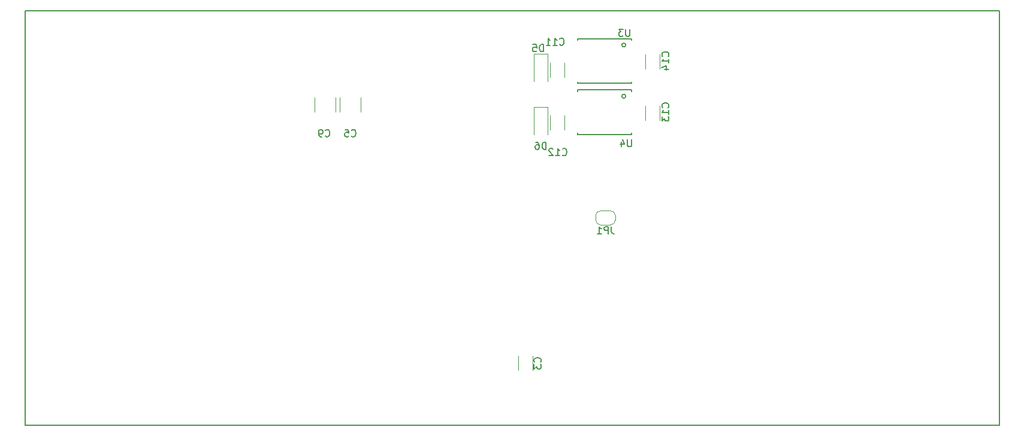
<source format=gbr>
G04 #@! TF.GenerationSoftware,KiCad,Pcbnew,5.1.5-52549c5~84~ubuntu18.04.1*
G04 #@! TF.CreationDate,2020-02-27T22:51:20+01:00*
G04 #@! TF.ProjectId,VFD,5646442e-6b69-4636-9164-5f7063625858,rev?*
G04 #@! TF.SameCoordinates,Original*
G04 #@! TF.FileFunction,Legend,Bot*
G04 #@! TF.FilePolarity,Positive*
%FSLAX46Y46*%
G04 Gerber Fmt 4.6, Leading zero omitted, Abs format (unit mm)*
G04 Created by KiCad (PCBNEW 5.1.5-52549c5~84~ubuntu18.04.1) date 2020-02-27 22:51:20*
%MOMM*%
%LPD*%
G04 APERTURE LIST*
%ADD10C,0.150000*%
%ADD11C,0.120000*%
G04 APERTURE END LIST*
D10*
X173990000Y-93472000D02*
X36322000Y-93472000D01*
X173990000Y-34798000D02*
X173990000Y-93472000D01*
X36322000Y-93472000D02*
X36322000Y-34798000D01*
X36322000Y-34798000D02*
X173990000Y-34798000D01*
D11*
X106041000Y-85709000D02*
X106041000Y-83709000D01*
X108081000Y-83709000D02*
X108081000Y-85709000D01*
X125988000Y-41037000D02*
X125988000Y-43037000D01*
X123948000Y-43037000D02*
X123948000Y-41037000D01*
X125988000Y-48276000D02*
X125988000Y-50276000D01*
X123948000Y-50276000D02*
X123948000Y-48276000D01*
X112526000Y-49673000D02*
X112526000Y-51673000D01*
X110486000Y-51673000D02*
X110486000Y-49673000D01*
X112526000Y-42180000D02*
X112526000Y-44180000D01*
X110486000Y-44180000D02*
X110486000Y-42180000D01*
D10*
X121219843Y-39673500D02*
G75*
G03X121219843Y-39673500I-282843J0D01*
G01*
X122047000Y-38798500D02*
X122047000Y-38973500D01*
X114427000Y-38798500D02*
X114427000Y-38973500D01*
X114437000Y-45073500D02*
X114437000Y-44873500D01*
X122037000Y-45073500D02*
X122037000Y-44873500D01*
X122047000Y-38798500D02*
X114427000Y-38798500D01*
X122037000Y-45073500D02*
X114437000Y-45073500D01*
X121219843Y-46912500D02*
G75*
G03X121219843Y-46912500I-282843J0D01*
G01*
X122047000Y-46037500D02*
X122047000Y-46212500D01*
X114427000Y-46037500D02*
X114427000Y-46212500D01*
X114437000Y-52312500D02*
X114437000Y-52112500D01*
X122037000Y-52312500D02*
X122037000Y-52112500D01*
X122047000Y-46037500D02*
X114427000Y-46037500D01*
X122037000Y-52312500D02*
X114437000Y-52312500D01*
D11*
X108220000Y-48423000D02*
X108220000Y-52323000D01*
X110220000Y-48423000D02*
X110220000Y-52323000D01*
X108220000Y-48423000D02*
X110220000Y-48423000D01*
X77260000Y-49133000D02*
X77260000Y-47133000D01*
X80220000Y-47133000D02*
X80220000Y-49133000D01*
X83776000Y-47133000D02*
X83776000Y-49133000D01*
X80816000Y-49133000D02*
X80816000Y-47133000D01*
X117664000Y-65135000D02*
X119064000Y-65135000D01*
X119764000Y-64435000D02*
X119764000Y-63835000D01*
X119064000Y-63135000D02*
X117664000Y-63135000D01*
X116964000Y-63835000D02*
X116964000Y-64435000D01*
X116964000Y-64435000D02*
G75*
G03X117664000Y-65135000I700000J0D01*
G01*
X117664000Y-63135000D02*
G75*
G03X116964000Y-63835000I0J-700000D01*
G01*
X119764000Y-63835000D02*
G75*
G03X119064000Y-63135000I-700000J0D01*
G01*
X119064000Y-65135000D02*
G75*
G03X119764000Y-64435000I0J700000D01*
G01*
X108220000Y-40930000D02*
X108220000Y-44830000D01*
X110220000Y-40930000D02*
X110220000Y-44830000D01*
X108220000Y-40930000D02*
X110220000Y-40930000D01*
D10*
X109168142Y-84542333D02*
X109215761Y-84494714D01*
X109263380Y-84351857D01*
X109263380Y-84256619D01*
X109215761Y-84113761D01*
X109120523Y-84018523D01*
X109025285Y-83970904D01*
X108834809Y-83923285D01*
X108691952Y-83923285D01*
X108501476Y-83970904D01*
X108406238Y-84018523D01*
X108311000Y-84113761D01*
X108263380Y-84256619D01*
X108263380Y-84351857D01*
X108311000Y-84494714D01*
X108358619Y-84542333D01*
X108263380Y-84875666D02*
X108263380Y-85494714D01*
X108644333Y-85161380D01*
X108644333Y-85304238D01*
X108691952Y-85399476D01*
X108739571Y-85447095D01*
X108834809Y-85494714D01*
X109072904Y-85494714D01*
X109168142Y-85447095D01*
X109215761Y-85399476D01*
X109263380Y-85304238D01*
X109263380Y-85018523D01*
X109215761Y-84923285D01*
X109168142Y-84875666D01*
X127230142Y-41267142D02*
X127277761Y-41219523D01*
X127325380Y-41076666D01*
X127325380Y-40981428D01*
X127277761Y-40838571D01*
X127182523Y-40743333D01*
X127087285Y-40695714D01*
X126896809Y-40648095D01*
X126753952Y-40648095D01*
X126563476Y-40695714D01*
X126468238Y-40743333D01*
X126373000Y-40838571D01*
X126325380Y-40981428D01*
X126325380Y-41076666D01*
X126373000Y-41219523D01*
X126420619Y-41267142D01*
X127325380Y-42219523D02*
X127325380Y-41648095D01*
X127325380Y-41933809D02*
X126325380Y-41933809D01*
X126468238Y-41838571D01*
X126563476Y-41743333D01*
X126611095Y-41648095D01*
X126658714Y-43076666D02*
X127325380Y-43076666D01*
X126277761Y-42838571D02*
X126992047Y-42600476D01*
X126992047Y-43219523D01*
X127230142Y-48506142D02*
X127277761Y-48458523D01*
X127325380Y-48315666D01*
X127325380Y-48220428D01*
X127277761Y-48077571D01*
X127182523Y-47982333D01*
X127087285Y-47934714D01*
X126896809Y-47887095D01*
X126753952Y-47887095D01*
X126563476Y-47934714D01*
X126468238Y-47982333D01*
X126373000Y-48077571D01*
X126325380Y-48220428D01*
X126325380Y-48315666D01*
X126373000Y-48458523D01*
X126420619Y-48506142D01*
X127325380Y-49458523D02*
X127325380Y-48887095D01*
X127325380Y-49172809D02*
X126325380Y-49172809D01*
X126468238Y-49077571D01*
X126563476Y-48982333D01*
X126611095Y-48887095D01*
X126325380Y-49791857D02*
X126325380Y-50410904D01*
X126706333Y-50077571D01*
X126706333Y-50220428D01*
X126753952Y-50315666D01*
X126801571Y-50363285D01*
X126896809Y-50410904D01*
X127134904Y-50410904D01*
X127230142Y-50363285D01*
X127277761Y-50315666D01*
X127325380Y-50220428D01*
X127325380Y-49934714D01*
X127277761Y-49839476D01*
X127230142Y-49791857D01*
X112275857Y-55221142D02*
X112323476Y-55268761D01*
X112466333Y-55316380D01*
X112561571Y-55316380D01*
X112704428Y-55268761D01*
X112799666Y-55173523D01*
X112847285Y-55078285D01*
X112894904Y-54887809D01*
X112894904Y-54744952D01*
X112847285Y-54554476D01*
X112799666Y-54459238D01*
X112704428Y-54364000D01*
X112561571Y-54316380D01*
X112466333Y-54316380D01*
X112323476Y-54364000D01*
X112275857Y-54411619D01*
X111323476Y-55316380D02*
X111894904Y-55316380D01*
X111609190Y-55316380D02*
X111609190Y-54316380D01*
X111704428Y-54459238D01*
X111799666Y-54554476D01*
X111894904Y-54602095D01*
X110942523Y-54411619D02*
X110894904Y-54364000D01*
X110799666Y-54316380D01*
X110561571Y-54316380D01*
X110466333Y-54364000D01*
X110418714Y-54411619D01*
X110371095Y-54506857D01*
X110371095Y-54602095D01*
X110418714Y-54744952D01*
X110990142Y-55316380D01*
X110371095Y-55316380D01*
X111894857Y-39600142D02*
X111942476Y-39647761D01*
X112085333Y-39695380D01*
X112180571Y-39695380D01*
X112323428Y-39647761D01*
X112418666Y-39552523D01*
X112466285Y-39457285D01*
X112513904Y-39266809D01*
X112513904Y-39123952D01*
X112466285Y-38933476D01*
X112418666Y-38838238D01*
X112323428Y-38743000D01*
X112180571Y-38695380D01*
X112085333Y-38695380D01*
X111942476Y-38743000D01*
X111894857Y-38790619D01*
X110942476Y-39695380D02*
X111513904Y-39695380D01*
X111228190Y-39695380D02*
X111228190Y-38695380D01*
X111323428Y-38838238D01*
X111418666Y-38933476D01*
X111513904Y-38981095D01*
X109990095Y-39695380D02*
X110561523Y-39695380D01*
X110275809Y-39695380D02*
X110275809Y-38695380D01*
X110371047Y-38838238D01*
X110466285Y-38933476D01*
X110561523Y-38981095D01*
X121792904Y-37425380D02*
X121792904Y-38234904D01*
X121745285Y-38330142D01*
X121697666Y-38377761D01*
X121602428Y-38425380D01*
X121411952Y-38425380D01*
X121316714Y-38377761D01*
X121269095Y-38330142D01*
X121221476Y-38234904D01*
X121221476Y-37425380D01*
X120840523Y-37425380D02*
X120221476Y-37425380D01*
X120554809Y-37806333D01*
X120411952Y-37806333D01*
X120316714Y-37853952D01*
X120269095Y-37901571D01*
X120221476Y-37996809D01*
X120221476Y-38234904D01*
X120269095Y-38330142D01*
X120316714Y-38377761D01*
X120411952Y-38425380D01*
X120697666Y-38425380D01*
X120792904Y-38377761D01*
X120840523Y-38330142D01*
X122046904Y-53046380D02*
X122046904Y-53855904D01*
X121999285Y-53951142D01*
X121951666Y-53998761D01*
X121856428Y-54046380D01*
X121665952Y-54046380D01*
X121570714Y-53998761D01*
X121523095Y-53951142D01*
X121475476Y-53855904D01*
X121475476Y-53046380D01*
X120570714Y-53379714D02*
X120570714Y-54046380D01*
X120808809Y-52998761D02*
X121046904Y-53713047D01*
X120427857Y-53713047D01*
X109958095Y-54427380D02*
X109958095Y-53427380D01*
X109720000Y-53427380D01*
X109577142Y-53475000D01*
X109481904Y-53570238D01*
X109434285Y-53665476D01*
X109386666Y-53855952D01*
X109386666Y-53998809D01*
X109434285Y-54189285D01*
X109481904Y-54284523D01*
X109577142Y-54379761D01*
X109720000Y-54427380D01*
X109958095Y-54427380D01*
X108529523Y-53427380D02*
X108720000Y-53427380D01*
X108815238Y-53475000D01*
X108862857Y-53522619D01*
X108958095Y-53665476D01*
X109005714Y-53855952D01*
X109005714Y-54236904D01*
X108958095Y-54332142D01*
X108910476Y-54379761D01*
X108815238Y-54427380D01*
X108624761Y-54427380D01*
X108529523Y-54379761D01*
X108481904Y-54332142D01*
X108434285Y-54236904D01*
X108434285Y-53998809D01*
X108481904Y-53903571D01*
X108529523Y-53855952D01*
X108624761Y-53808333D01*
X108815238Y-53808333D01*
X108910476Y-53855952D01*
X108958095Y-53903571D01*
X109005714Y-53998809D01*
X78779666Y-52554142D02*
X78827285Y-52601761D01*
X78970142Y-52649380D01*
X79065380Y-52649380D01*
X79208238Y-52601761D01*
X79303476Y-52506523D01*
X79351095Y-52411285D01*
X79398714Y-52220809D01*
X79398714Y-52077952D01*
X79351095Y-51887476D01*
X79303476Y-51792238D01*
X79208238Y-51697000D01*
X79065380Y-51649380D01*
X78970142Y-51649380D01*
X78827285Y-51697000D01*
X78779666Y-51744619D01*
X78303476Y-52649380D02*
X78113000Y-52649380D01*
X78017761Y-52601761D01*
X77970142Y-52554142D01*
X77874904Y-52411285D01*
X77827285Y-52220809D01*
X77827285Y-51839857D01*
X77874904Y-51744619D01*
X77922523Y-51697000D01*
X78017761Y-51649380D01*
X78208238Y-51649380D01*
X78303476Y-51697000D01*
X78351095Y-51744619D01*
X78398714Y-51839857D01*
X78398714Y-52077952D01*
X78351095Y-52173190D01*
X78303476Y-52220809D01*
X78208238Y-52268428D01*
X78017761Y-52268428D01*
X77922523Y-52220809D01*
X77874904Y-52173190D01*
X77827285Y-52077952D01*
X82462666Y-52554142D02*
X82510285Y-52601761D01*
X82653142Y-52649380D01*
X82748380Y-52649380D01*
X82891238Y-52601761D01*
X82986476Y-52506523D01*
X83034095Y-52411285D01*
X83081714Y-52220809D01*
X83081714Y-52077952D01*
X83034095Y-51887476D01*
X82986476Y-51792238D01*
X82891238Y-51697000D01*
X82748380Y-51649380D01*
X82653142Y-51649380D01*
X82510285Y-51697000D01*
X82462666Y-51744619D01*
X81557904Y-51649380D02*
X82034095Y-51649380D01*
X82081714Y-52125571D01*
X82034095Y-52077952D01*
X81938857Y-52030333D01*
X81700761Y-52030333D01*
X81605523Y-52077952D01*
X81557904Y-52125571D01*
X81510285Y-52220809D01*
X81510285Y-52458904D01*
X81557904Y-52554142D01*
X81605523Y-52601761D01*
X81700761Y-52649380D01*
X81938857Y-52649380D01*
X82034095Y-52601761D01*
X82081714Y-52554142D01*
X119197333Y-65387380D02*
X119197333Y-66101666D01*
X119244952Y-66244523D01*
X119340190Y-66339761D01*
X119483047Y-66387380D01*
X119578285Y-66387380D01*
X118721142Y-66387380D02*
X118721142Y-65387380D01*
X118340190Y-65387380D01*
X118244952Y-65435000D01*
X118197333Y-65482619D01*
X118149714Y-65577857D01*
X118149714Y-65720714D01*
X118197333Y-65815952D01*
X118244952Y-65863571D01*
X118340190Y-65911190D01*
X118721142Y-65911190D01*
X117197333Y-66387380D02*
X117768761Y-66387380D01*
X117483047Y-66387380D02*
X117483047Y-65387380D01*
X117578285Y-65530238D01*
X117673523Y-65625476D01*
X117768761Y-65673095D01*
X109577095Y-40584380D02*
X109577095Y-39584380D01*
X109339000Y-39584380D01*
X109196142Y-39632000D01*
X109100904Y-39727238D01*
X109053285Y-39822476D01*
X109005666Y-40012952D01*
X109005666Y-40155809D01*
X109053285Y-40346285D01*
X109100904Y-40441523D01*
X109196142Y-40536761D01*
X109339000Y-40584380D01*
X109577095Y-40584380D01*
X108100904Y-39584380D02*
X108577095Y-39584380D01*
X108624714Y-40060571D01*
X108577095Y-40012952D01*
X108481857Y-39965333D01*
X108243761Y-39965333D01*
X108148523Y-40012952D01*
X108100904Y-40060571D01*
X108053285Y-40155809D01*
X108053285Y-40393904D01*
X108100904Y-40489142D01*
X108148523Y-40536761D01*
X108243761Y-40584380D01*
X108481857Y-40584380D01*
X108577095Y-40536761D01*
X108624714Y-40489142D01*
M02*

</source>
